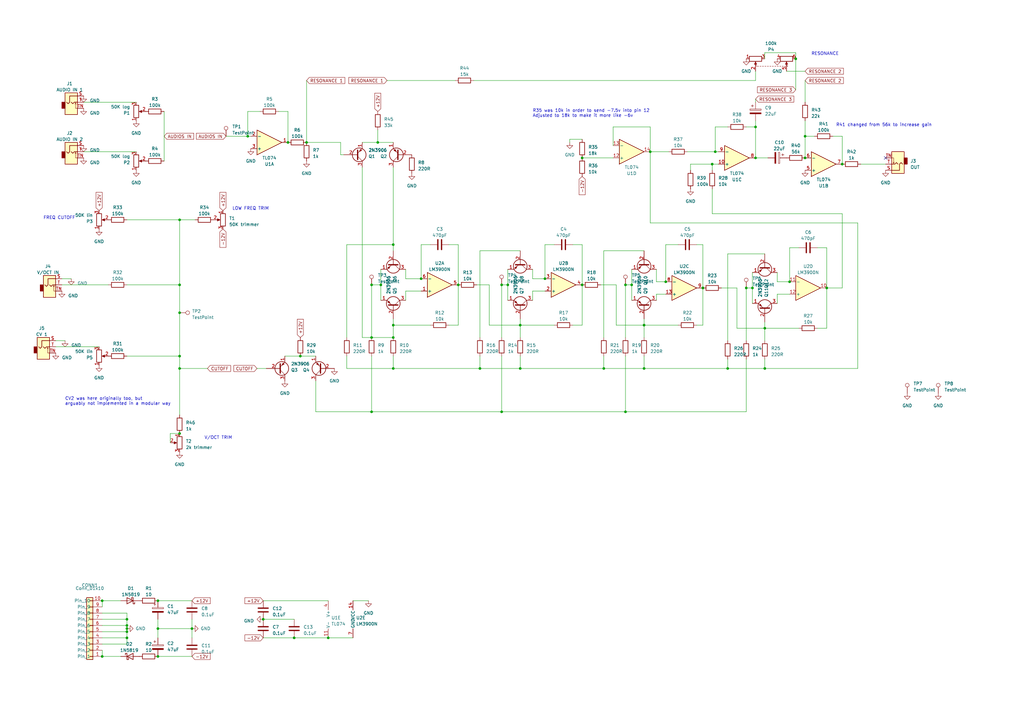
<source format=kicad_sch>
(kicad_sch (version 20230121) (generator eeschema)
  (paper "A3")
  (junction (at 306.07 118.11))
  (junction (at 41.91 246.38))
  (junction (at 161.29 100.33))
  (junction (at 259.08 116.84))
  (junction (at 187.96 116.84))
  (junction (at 172.72 114.3))
  (junction (at 238.76 64.77))
  (junction (at 213.36 151.13))
  (junction (at 256.54 168.91))
  (junction (at 73.66 151.13))
  (junction (at 266.7 62.23))
  (junction (at 120.65 261.62))
  (junction (at 161.29 138.43))
  (junction (at 52.07 254))
  (junction (at 330.2 64.77))
  (junction (at 152.4 138.43))
  (junction (at 238.76 116.84))
  (junction (at 288.29 118.11))
  (junction (at 52.07 259.08))
  (junction (at 330.2 55.88))
  (junction (at 152.4 168.91))
  (junction (at 161.29 133.35))
  (junction (at 156.21 116.84))
  (junction (at 313.69 134.62))
  (junction (at 73.66 128.27))
  (junction (at 313.69 151.13))
  (junction (at 256.54 116.84))
  (junction (at 309.88 52.07))
  (junction (at 73.66 146.05))
  (junction (at 264.16 133.35))
  (junction (at 134.62 261.62))
  (junction (at 118.11 58.42))
  (junction (at 345.44 67.31))
  (junction (at 247.65 151.13))
  (junction (at 152.4 116.84))
  (junction (at 64.77 246.38))
  (junction (at 52.07 256.54))
  (junction (at 205.74 168.91))
  (junction (at 326.39 24.13))
  (junction (at 298.45 151.13))
  (junction (at 308.61 118.11))
  (junction (at 264.16 151.13))
  (junction (at 52.07 257.81))
  (junction (at 205.74 116.84))
  (junction (at 292.1 67.31))
  (junction (at 309.88 64.77))
  (junction (at 73.66 177.8))
  (junction (at 52.07 261.62))
  (junction (at 101.6 55.88))
  (junction (at 223.52 114.3))
  (junction (at 213.36 133.35))
  (junction (at 208.28 116.84))
  (junction (at 64.77 269.24))
  (junction (at 107.95 254))
  (junction (at 78.74 257.81))
  (junction (at 293.37 62.23))
  (junction (at 73.66 90.17))
  (junction (at 64.77 257.81))
  (junction (at 323.85 115.57))
  (junction (at 125.73 58.42))
  (junction (at 123.19 146.05))
  (junction (at 273.05 115.57))
  (junction (at 161.29 151.13))
  (junction (at 154.94 58.42))
  (junction (at 73.66 116.84))
  (junction (at 196.85 151.13))
  (junction (at 339.09 118.11))
  (junction (at 41.91 269.24))
  (no_connect (at 363.22 64.77))
  (wire (pts (xy 309.88 29.21) (xy 309.88 33.02)))
  (wire (pts (xy 313.69 147.32) (xy 313.69 151.13)))
  (wire (pts (xy 292.1 67.31) (xy 292.1 69.85)))
  (wire (pts (xy 140.97 63.5) (xy 139.7 63.5)))
  (wire (pts (xy 353.06 67.31) (xy 363.22 67.31)))
  (wire (pts (xy 120.65 261.62) (xy 134.62 261.62)))
  (wire (pts (xy 148.59 138.43) (xy 152.4 138.43)))
  (wire (pts (xy 351.79 151.13) (xy 351.79 91.44)))
  (wire (pts (xy 330.2 49.53) (xy 330.2 55.88)))
  (wire (pts (xy 323.85 101.6) (xy 323.85 115.57)))
  (wire (pts (xy 161.29 130.81) (xy 161.29 133.35)))
  (wire (pts (xy 351.79 91.44) (xy 266.7 91.44)))
  (wire (pts (xy 247.65 151.13) (xy 264.16 151.13)))
  (wire (pts (xy 264.16 133.35) (xy 278.13 133.35)))
  (wire (pts (xy 151.13 246.38) (xy 144.78 246.38)))
  (wire (pts (xy 313.69 24.13) (xy 313.69 21.59)))
  (wire (pts (xy 41.91 251.46) (xy 52.07 251.46)))
  (wire (pts (xy 341.63 55.88) (xy 345.44 55.88)))
  (wire (pts (xy 213.36 130.81) (xy 213.36 133.35)))
  (wire (pts (xy 101.6 55.88) (xy 102.87 55.88)))
  (wire (pts (xy 306.07 139.7) (xy 306.07 118.11)))
  (wire (pts (xy 134.62 261.62) (xy 144.78 261.62)))
  (wire (pts (xy 114.3 45.72) (xy 118.11 45.72)))
  (wire (pts (xy 309.88 52.07) (xy 309.88 64.77)))
  (wire (pts (xy 106.68 45.72) (xy 101.6 45.72)))
  (wire (pts (xy 41.91 256.54) (xy 52.07 256.54)))
  (wire (pts (xy 73.66 151.13) (xy 85.09 151.13)))
  (wire (pts (xy 152.4 138.43) (xy 152.4 116.84)))
  (wire (pts (xy 247.65 146.05) (xy 247.65 151.13)))
  (wire (pts (xy 156.21 110.49) (xy 156.21 116.84)))
  (wire (pts (xy 26.67 139.7) (xy 22.86 139.7)))
  (wire (pts (xy 142.24 146.05) (xy 142.24 151.13)))
  (wire (pts (xy 292.1 67.31) (xy 283.21 67.31)))
  (wire (pts (xy 41.91 259.08) (xy 52.07 259.08)))
  (wire (pts (xy 73.66 128.27) (xy 73.66 146.05)))
  (wire (pts (xy 318.77 115.57) (xy 318.77 111.76)))
  (wire (pts (xy 154.94 53.34) (xy 154.94 58.42)))
  (wire (pts (xy 309.88 49.53) (xy 309.88 52.07)))
  (wire (pts (xy 306.07 118.11) (xy 308.61 118.11)))
  (wire (pts (xy 116.84 146.05) (xy 123.19 146.05)))
  (wire (pts (xy 238.76 57.15) (xy 233.68 57.15)))
  (wire (pts (xy 273.05 120.65) (xy 269.24 120.65)))
  (wire (pts (xy 142.24 151.13) (xy 161.29 151.13)))
  (wire (pts (xy 208.28 116.84) (xy 208.28 123.19)))
  (wire (pts (xy 52.07 264.16) (xy 52.07 261.62)))
  (wire (pts (xy 148.59 68.58) (xy 148.59 138.43)))
  (wire (pts (xy 92.71 55.88) (xy 101.6 55.88)))
  (wire (pts (xy 184.15 133.35) (xy 187.96 133.35)))
  (wire (pts (xy 313.69 21.59) (xy 326.39 21.59)))
  (wire (pts (xy 234.95 100.33) (xy 238.76 100.33)))
  (wire (pts (xy 345.44 87.63) (xy 345.44 118.11)))
  (wire (pts (xy 256.54 146.05) (xy 256.54 168.91)))
  (wire (pts (xy 269.24 110.49) (xy 269.24 115.57)))
  (wire (pts (xy 298.45 147.32) (xy 298.45 151.13)))
  (wire (pts (xy 52.07 254) (xy 52.07 256.54)))
  (wire (pts (xy 161.29 138.43) (xy 161.29 133.35)))
  (wire (pts (xy 64.77 254) (xy 64.77 257.81)))
  (wire (pts (xy 313.69 104.14) (xy 298.45 104.14)))
  (wire (pts (xy 64.77 257.81) (xy 64.77 261.62)))
  (wire (pts (xy 166.37 110.49) (xy 166.37 114.3)))
  (wire (pts (xy 101.6 45.72) (xy 101.6 55.88)))
  (wire (pts (xy 78.74 257.81) (xy 78.74 261.62)))
  (wire (pts (xy 246.38 116.84) (xy 252.73 116.84)))
  (wire (pts (xy 142.24 100.33) (xy 161.29 100.33)))
  (wire (pts (xy 166.37 123.19) (xy 166.37 119.38)))
  (wire (pts (xy 125.73 33.02) (xy 125.73 58.42)))
  (wire (pts (xy 142.24 138.43) (xy 142.24 100.33)))
  (wire (pts (xy 34.29 41.91) (xy 55.88 41.91)))
  (wire (pts (xy 293.37 62.23) (xy 294.64 62.23)))
  (wire (pts (xy 283.21 67.31) (xy 283.21 69.85)))
  (wire (pts (xy 22.86 142.24) (xy 40.64 142.24)))
  (wire (pts (xy 309.88 33.02) (xy 194.31 33.02)))
  (wire (pts (xy 195.58 116.84) (xy 200.66 116.84)))
  (wire (pts (xy 223.52 119.38) (xy 218.44 119.38)))
  (wire (pts (xy 41.91 254) (xy 52.07 254)))
  (wire (pts (xy 139.7 58.42) (xy 125.73 58.42)))
  (wire (pts (xy 269.24 115.57) (xy 273.05 115.57)))
  (wire (pts (xy 129.54 156.21) (xy 129.54 168.91)))
  (wire (pts (xy 105.41 151.13) (xy 109.22 151.13)))
  (wire (pts (xy 52.07 251.46) (xy 52.07 254)))
  (wire (pts (xy 223.52 114.3) (xy 218.44 114.3)))
  (wire (pts (xy 118.11 45.72) (xy 118.11 58.42)))
  (wire (pts (xy 313.69 134.62) (xy 313.69 139.7)))
  (wire (pts (xy 152.4 168.91) (xy 205.74 168.91)))
  (wire (pts (xy 52.07 146.05) (xy 73.66 146.05)))
  (wire (pts (xy 269.24 120.65) (xy 269.24 123.19)))
  (wire (pts (xy 213.36 151.13) (xy 196.85 151.13)))
  (wire (pts (xy 247.65 102.87) (xy 247.65 138.43)))
  (wire (pts (xy 148.59 58.42) (xy 154.94 58.42)))
  (wire (pts (xy 302.26 134.62) (xy 313.69 134.62)))
  (wire (pts (xy 288.29 100.33) (xy 288.29 118.11)))
  (wire (pts (xy 196.85 102.87) (xy 196.85 138.43)))
  (wire (pts (xy 293.37 52.07) (xy 293.37 62.23)))
  (wire (pts (xy 227.33 100.33) (xy 223.52 100.33)))
  (wire (pts (xy 161.29 151.13) (xy 196.85 151.13)))
  (wire (pts (xy 238.76 64.77) (xy 251.46 64.77)))
  (wire (pts (xy 41.91 264.16) (xy 52.07 264.16)))
  (wire (pts (xy 218.44 114.3) (xy 218.44 110.49)))
  (wire (pts (xy 161.29 68.58) (xy 161.29 100.33)))
  (wire (pts (xy 205.74 138.43) (xy 205.74 116.84)))
  (wire (pts (xy 52.07 256.54) (xy 52.07 257.81)))
  (wire (pts (xy 323.85 115.57) (xy 318.77 115.57)))
  (wire (pts (xy 107.95 261.62) (xy 120.65 261.62)))
  (wire (pts (xy 327.66 101.6) (xy 323.85 101.6)))
  (wire (pts (xy 196.85 146.05) (xy 196.85 151.13)))
  (wire (pts (xy 266.7 91.44) (xy 266.7 62.23)))
  (wire (pts (xy 294.64 67.31) (xy 292.1 67.31)))
  (wire (pts (xy 64.77 269.24) (xy 78.74 269.24)))
  (wire (pts (xy 335.28 134.62) (xy 339.09 134.62)))
  (wire (pts (xy 318.77 120.65) (xy 323.85 120.65)))
  (wire (pts (xy 67.31 45.72) (xy 67.31 66.04)))
  (wire (pts (xy 158.75 33.02) (xy 186.69 33.02)))
  (wire (pts (xy 78.74 254) (xy 78.74 257.81)))
  (wire (pts (xy 285.75 133.35) (xy 288.29 133.35)))
  (wire (pts (xy 25.4 116.84) (xy 44.45 116.84)))
  (wire (pts (xy 313.69 151.13) (xy 298.45 151.13)))
  (wire (pts (xy 69.85 181.61) (xy 69.85 177.8)))
  (wire (pts (xy 264.16 133.35) (xy 264.16 138.43)))
  (wire (pts (xy 73.66 146.05) (xy 73.66 151.13)))
  (wire (pts (xy 264.16 151.13) (xy 298.45 151.13)))
  (wire (pts (xy 73.66 151.13) (xy 73.66 170.18)))
  (wire (pts (xy 251.46 52.07) (xy 266.7 52.07)))
  (wire (pts (xy 64.77 257.81) (xy 78.74 257.81)))
  (wire (pts (xy 64.77 246.38) (xy 78.74 246.38)))
  (wire (pts (xy 238.76 100.33) (xy 238.76 116.84)))
  (wire (pts (xy 306.07 147.32) (xy 306.07 168.91)))
  (wire (pts (xy 278.13 100.33) (xy 273.05 100.33)))
  (wire (pts (xy 264.16 102.87) (xy 247.65 102.87)))
  (wire (pts (xy 266.7 52.07) (xy 266.7 62.23)))
  (wire (pts (xy 213.36 151.13) (xy 247.65 151.13)))
  (wire (pts (xy 306.07 168.91) (xy 256.54 168.91)))
  (wire (pts (xy 205.74 168.91) (xy 205.74 146.05)))
  (wire (pts (xy 184.15 100.33) (xy 187.96 100.33)))
  (wire (pts (xy 161.29 151.13) (xy 161.29 146.05)))
  (wire (pts (xy 345.44 67.31) (xy 345.44 55.88)))
  (wire (pts (xy 288.29 133.35) (xy 288.29 118.11)))
  (wire (pts (xy 273.05 100.33) (xy 273.05 115.57)))
  (wire (pts (xy 306.07 52.07) (xy 309.88 52.07)))
  (wire (pts (xy 223.52 100.33) (xy 223.52 114.3)))
  (wire (pts (xy 309.88 40.64) (xy 309.88 41.91)))
  (wire (pts (xy 73.66 116.84) (xy 73.66 128.27)))
  (wire (pts (xy 176.53 133.35) (xy 161.29 133.35)))
  (wire (pts (xy 218.44 119.38) (xy 218.44 123.19)))
  (wire (pts (xy 318.77 124.46) (xy 318.77 120.65)))
  (wire (pts (xy 166.37 119.38) (xy 172.72 119.38)))
  (wire (pts (xy 292.1 77.47) (xy 292.1 87.63)))
  (wire (pts (xy 139.7 63.5) (xy 139.7 58.42)))
  (wire (pts (xy 176.53 100.33) (xy 172.72 100.33)))
  (wire (pts (xy 107.95 254) (xy 120.65 254)))
  (wire (pts (xy 314.96 64.77) (xy 309.88 64.77)))
  (wire (pts (xy 334.01 55.88) (xy 330.2 55.88)))
  (wire (pts (xy 41.91 266.7) (xy 41.91 269.24)))
  (wire (pts (xy 298.45 52.07) (xy 293.37 52.07)))
  (wire (pts (xy 256.54 116.84) (xy 259.08 116.84)))
  (wire (pts (xy 330.2 55.88) (xy 330.2 64.77)))
  (wire (pts (xy 266.7 62.23) (xy 274.32 62.23)))
  (wire (pts (xy 107.95 246.38) (xy 134.62 246.38)))
  (wire (pts (xy 213.36 146.05) (xy 213.36 151.13)))
  (wire (pts (xy 41.91 246.38) (xy 41.91 248.92)))
  (wire (pts (xy 285.75 100.33) (xy 288.29 100.33)))
  (wire (pts (xy 166.37 114.3) (xy 172.72 114.3)))
  (wire (pts (xy 213.36 133.35) (xy 227.33 133.35)))
  (wire (pts (xy 326.39 21.59) (xy 326.39 24.13)))
  (wire (pts (xy 152.4 116.84) (xy 156.21 116.84)))
  (wire (pts (xy 34.29 62.23) (xy 55.88 62.23)))
  (wire (pts (xy 205.74 168.91) (xy 256.54 168.91)))
  (wire (pts (xy 52.07 116.84) (xy 73.66 116.84)))
  (wire (pts (xy 152.4 146.05) (xy 152.4 168.91)))
  (wire (pts (xy 52.07 90.17) (xy 73.66 90.17)))
  (wire (pts (xy 326.39 24.13) (xy 326.39 36.83)))
  (wire (pts (xy 172.72 100.33) (xy 172.72 114.3)))
  (wire (pts (xy 295.91 118.11) (xy 302.26 118.11)))
  (wire (pts (xy 252.73 116.84) (xy 252.73 133.35)))
  (wire (pts (xy 238.76 133.35) (xy 238.76 116.84)))
  (wire (pts (xy 152.4 138.43) (xy 161.29 138.43)))
  (wire (pts (xy 339.09 134.62) (xy 339.09 118.11)))
  (wire (pts (xy 200.66 116.84) (xy 200.66 133.35)))
  (wire (pts (xy 52.07 259.08) (xy 52.07 257.81)))
  (wire (pts (xy 123.19 146.05) (xy 129.54 146.05)))
  (wire (pts (xy 29.21 114.3) (xy 25.4 114.3)))
  (wire (pts (xy 156.21 116.84) (xy 156.21 123.19)))
  (wire (pts (xy 49.53 269.24) (xy 41.91 269.24)))
  (wire (pts (xy 339.09 101.6) (xy 339.09 118.11)))
  (wire (pts (xy 187.96 116.84) (xy 187.96 133.35)))
  (wire (pts (xy 200.66 133.35) (xy 213.36 133.35)))
  (wire (pts (xy 313.69 134.62) (xy 327.66 134.62)))
  (wire (pts (xy 298.45 104.14) (xy 298.45 139.7)))
  (wire (pts (xy 154.94 58.42) (xy 161.29 58.42)))
  (wire (pts (xy 205.74 116.84) (xy 208.28 116.84)))
  (wire (pts (xy 281.94 62.23) (xy 293.37 62.23)))
  (wire (pts (xy 335.28 101.6) (xy 339.09 101.6)))
  (wire (pts (xy 256.54 138.43) (xy 256.54 116.84)))
  (wire (pts (xy 302.26 118.11) (xy 302.26 134.62)))
  (wire (pts (xy 264.16 146.05) (xy 264.16 151.13)))
  (wire (pts (xy 234.95 133.35) (xy 238.76 133.35)))
  (wire (pts (xy 208.28 110.49) (xy 208.28 116.84)))
  (wire (pts (xy 187.96 100.33) (xy 187.96 116.84)))
  (wire (pts (xy 233.68 57.15) (xy 233.68 58.42)))
  (wire (pts (xy 41.91 261.62) (xy 52.07 261.62)))
  (wire (pts (xy 161.29 102.87) (xy 161.29 100.33)))
  (wire (pts (xy 73.66 90.17) (xy 73.66 116.84)))
  (wire (pts (xy 251.46 59.69) (xy 251.46 52.07)))
  (wire (pts (xy 322.58 29.21) (xy 330.2 29.21)))
  (wire (pts (xy 80.01 90.17) (xy 73.66 90.17)))
  (wire (pts (xy 129.54 168.91) (xy 152.4 168.91)))
  (wire (pts (xy 330.2 33.02) (xy 330.2 41.91)))
  (wire (pts (xy 308.61 118.11) (xy 308.61 124.46)))
  (wire (pts (xy 252.73 133.35) (xy 264.16 133.35)))
  (wire (pts (xy 345.44 118.11) (xy 339.09 118.11)))
  (wire (pts (xy 259.08 110.49) (xy 259.08 116.84)))
  (wire (pts (xy 264.16 130.81) (xy 264.16 133.35)))
  (wire (pts (xy 313.69 134.62) (xy 313.69 132.08)))
  (wire (pts (xy 52.07 261.62) (xy 52.07 259.08)))
  (wire (pts (xy 259.08 116.84) (xy 259.08 123.19)))
  (wire (pts (xy 69.85 177.8) (xy 73.66 177.8)))
  (wire (pts (xy 292.1 87.63) (xy 345.44 87.63)))
  (wire (pts (xy 49.53 246.38) (xy 41.91 246.38)))
  (wire (pts (xy 313.69 151.13) (xy 351.79 151.13)))
  (wire (pts (xy 308.61 111.76) (xy 308.61 118.11)))
  (wire (pts (xy 213.36 133.35) (xy 213.36 138.43)))
  (wire (pts (xy 196.85 102.87) (xy 213.36 102.87)))
  (text "FREQ CUTOFF" (at 17.78 90.17 0) (effects (font (size 1.27 1.27)) (justify left bottom)))
  (text "LOW FREQ TRIM" (at 95.25 86.36 0) (effects (font (size 1.27 1.27)) (justify left bottom)))
  (text "RESONANCE" (at 332.74 22.86 0) (effects (font (size 1.27 1.27)) (justify left bottom)))
  (text "CV2 was here originally too, but \narguably not implemented in a modular way" (at 26.67 166.37 0) (effects (font (size 1.27 1.27)) (justify left bottom)))
  (text "V/OCT TRIM" (at 83.82 180.34 0) (effects (font (size 1.27 1.27)) (justify left bottom)))
  (text "R35 was 10k in order to send -7.5v into pin 12\nAdjusted to 18k to make it more like -6v" (at 218.44 48.26 0) (effects (font (size 1.27 1.27)) (justify left bottom)))
  (text "R41 changed from 56k to increase gain" (at 342.9 52.07 0) (effects (font (size 1.27 1.27)) (justify left bottom)))
  (global_label "AUDIOS IN" (shape input) (at 92.71 55.88 180) (property "Intersheetrefs" "${INTERSHEET_REFS}" (effects hide)))
  (global_label "+12V" (shape input) (at 91.44 86.36 90) (property "Intersheetrefs" "${INTERSHEET_REFS}" (effects hide)))
  (global_label "+12V" (shape input) (at 107.95 246.38 180) (property "Intersheetrefs" "${INTERSHEET_REFS}" (effects hide)))
  (global_label "RESONANCE 3" (shape input) (at 326.39 36.83 180) (property "Intersheetrefs" "${INTERSHEET_REFS}" (effects hide)))
  (global_label "+12V" (shape input) (at 78.74 246.38 0) (property "Intersheetrefs" "${INTERSHEET_REFS}" (effects hide)))
  (global_label "-12V" (shape input) (at 238.76 72.39 270) (property "Intersheetrefs" "${INTERSHEET_REFS}" (effects hide)))
  (global_label "CUTOFF" (shape input) (at 105.41 151.13 180) (property "Intersheetrefs" "${INTERSHEET_REFS}" (effects hide)))
  (global_label "CUTOFF" (shape input) (at 85.09 151.13 0) (property "Intersheetrefs" "${INTERSHEET_REFS}" (effects hide)))
  (global_label "RESONANCE 2" (shape input) (at 330.2 29.21 0) (property "Intersheetrefs" "${INTERSHEET_REFS}" (effects hide)))
  (global_label "+12V" (shape input) (at 154.94 45.72 90) (property "Intersheetrefs" "${INTERSHEET_REFS}" (effects hide)))
  (global_label "AUDIOS IN" (shape input) (at 67.31 55.88 0) (property "Intersheetrefs" "${INTERSHEET_REFS}" (effects hide)))
  (global_label "-12V" (shape input) (at 78.74 269.24 0) (property "Intersheetrefs" "${INTERSHEET_REFS}" (effects hide)))
  (global_label "RESONANCE 3" (shape input) (at 309.88 40.64 0) (property "Intersheetrefs" "${INTERSHEET_REFS}" (effects hide)))
  (global_label "+12V" (shape input) (at 40.64 86.36 90) (property "Intersheetrefs" "${INTERSHEET_REFS}" (effects hide)))
  (global_label "+12V" (shape input) (at 123.19 138.43 90) (property "Intersheetrefs" "${INTERSHEET_REFS}" (effects hide)))
  (global_label "-12V" (shape input) (at 91.44 93.98 270) (property "Intersheetrefs" "${INTERSHEET_REFS}" (effects hide)))
  (global_label "RESONANCE 2" (shape input) (at 330.2 33.02 0) (property "Intersheetrefs" "${INTERSHEET_REFS}" (effects hide)))
  (global_label "-12V" (shape input) (at 107.95 261.62 180) (property "Intersheetrefs" "${INTERSHEET_REFS}" (effects hide)))
  (global_label "RESONANCE 1" (shape input) (at 158.75 33.02 180) (property "Intersheetrefs" "${INTERSHEET_REFS}" (effects hide)))
  (global_label "RESONANCE 1" (shape input) (at 125.73 33.02 0) (property "Intersheetrefs" "${INTERSHEET_REFS}" (effects hide)))
  (symbol (lib_id "Device:R") (at 298.45 143.51 180) (unit 1)
    (property "Reference" "R26" (at 300.99 142.875 0) (effects (justify right)))
    (property "Value" "220R" (at 300.99 145.415 0) (effects (justify right)))
    (property "Footprint" "Resistor_THT:R_Axial_DIN0207_L6.3mm_D2.5mm_P2.54mm_Vertical" (effects hide))
  )
  (symbol (lib_id "Amplifier_Operational:TL074") (at 259.08 62.23 0) (mirror x) (unit 4)
    (property "Reference" "U1" (at 259.08 71.12 0))
    (property "Value" "TL074" (at 259.08 68.58 0))
    (property "Footprint" "Package_DIP:DIP-14_W7.62mm_Socket_LongPads" (effects hide))
    (property "Datasheet" "http://www.ti.com/lit/ds/symlink/tl071.pdf" (effects hide))
  )
  (symbol (lib_id "Device:R") (at 281.94 133.35 270) (unit 1)
    (property "Reference" "R22" (at 281.94 128.27 90))
    (property "Value" "10k" (at 281.94 130.81 90))
    (property "Footprint" "Resistor_THT:R_Axial_DIN0207_L6.3mm_D2.5mm_P7.62mm_Horizontal" (effects hide))
  )
  (symbol (lib_id "power:GND") (at 40.64 93.98 0) (unit 1)
    (property "Reference" "#PWR027" (effects hide))
    (property "Value" "GND" (at 40.64 99.06 0))
  )
  (symbol (lib_id "power:GND") (at 168.91 71.12 0) (unit 1)
    (property "Reference" "#PWR031" (effects hide))
    (property "Value" "GND" (at 168.91 76.2 0))
  )
  (symbol (lib_id "Connector:TestPoint") (at 306.07 118.11 0) (unit 1)
    (property "Reference" "TP6" (at 308.61 114.173 0) (effects (justify left)))
    (property "Value" "TestPoint" (at 308.61 116.713 0) (effects (justify left)))
    (property "Footprint" "TestPoint:TestPoint_THTPad_D1.5mm_Drill0.7mm" (effects hide))
  )
  (symbol (lib_id "Device:R_Potentiometer") (at 91.44 90.17 0) (mirror y) (unit 1)
    (property "Reference" "T1" (at 93.98 89.535 0) (effects (justify right)))
    (property "Value" "50K trimmer" (at 93.98 92.075 0) (effects (justify right)))
    (property "Footprint" "Potentiometer_THT:Potentiometer_Bourns_3296W_Vertical" (effects hide))
  )
  (symbol (lib_id "Device:R") (at 63.5 66.04 90) (unit 1)
    (property "Reference" "R4" (at 63.5 60.96 90))
    (property "Value" "100k" (at 63.5 63.5 90))
    (property "Footprint" "Resistor_THT:R_Axial_DIN0207_L6.3mm_D2.5mm_P7.62mm_Horizontal" (effects hide))
  )
  (symbol (lib_id "Device:R") (at 242.57 116.84 270) (unit 1)
    (property "Reference" "R18" (at 242.57 111.76 90))
    (property "Value" "10k" (at 242.57 114.3 90))
    (property "Footprint" "Resistor_THT:R_Axial_DIN0207_L6.3mm_D2.5mm_P7.62mm_Horizontal" (effects hide))
  )
  (symbol (lib_id "Device:R") (at 292.1 118.11 270) (unit 1)
    (property "Reference" "R23" (at 292.1 113.03 90))
    (property "Value" "10k" (at 292.1 115.57 90))
    (property "Footprint" "Resistor_THT:R_Axial_DIN0207_L6.3mm_D2.5mm_P7.62mm_Horizontal" (effects hide))
  )
  (symbol (lib_id "power:GND") (at 330.2 69.85 0) (unit 1)
    (property "Reference" "#PWR035" (effects hide))
    (property "Value" "GND" (at 330.2 74.93 0))
  )
  (symbol (lib_id "Device:R") (at 161.29 142.24 180) (unit 1)
    (property "Reference" "R10" (at 163.83 141.605 0) (effects (justify right)))
    (property "Value" "220R" (at 163.83 144.145 0) (effects (justify right)))
    (property "Footprint" "Resistor_THT:R_Axial_DIN0207_L6.3mm_D2.5mm_P7.62mm_Horizontal" (effects hide))
  )
  (symbol (lib_id "Transistor_BJT:2N3906") (at 161.29 107.95 270) (unit 1)
    (property "Reference" "Q6" (at 161.925 113.03 0) (effects (justify left)))
    (property "Value" "2N3906" (at 159.385 113.03 0) (effects (justify left)))
    (property "Footprint" "Package_TO_SOT_THT:TO-92_Wide" (effects hide))
    (property "Datasheet" "https://www.onsemi.com/pub/Collateral/2N3906-D.PDF" (effects hide))
  )
  (symbol (lib_id "Connector:TestPoint") (at 73.66 128.27 270) (unit 1)
    (property "Reference" "TP2" (at 78.74 127.635 90) (effects (justify left)))
    (property "Value" "TestPoint" (at 78.74 130.175 90) (effects (justify left)))
    (property "Footprint" "TestPoint:TestPoint_THTPad_D1.5mm_Drill0.7mm" (effects hide))
  )
  (symbol (lib_id "Amplifier_Operational:LM3900N") (at 280.67 118.11 0) (mirror x) (unit 3)
    (property "Reference" "U2" (at 280.67 109.22 0))
    (property "Value" "LM3900N" (at 280.67 111.76 0))
    (property "Footprint" "Package_DIP:DIP-14_W7.62mm_Socket_LongPads" (effects hide))
    (property "Datasheet" "https://www.ti.com/lit/ds/symlink/lm3900.pdf" (effects hide))
  )
  (symbol (lib_id "Device:R") (at 302.26 52.07 90) (unit 1)
    (property "Reference" "R38" (at 302.26 46.99 90))
    (property "Value" "10k" (at 302.26 49.53 90))
    (property "Footprint" "Resistor_THT:R_Axial_DIN0207_L6.3mm_D2.5mm_P7.62mm_Horizontal" (effects hide))
  )
  (symbol (lib_id "power:GND") (at 116.84 156.21 0) (unit 1)
    (property "Reference" "#PWR029" (effects hide))
    (property "Value" "GND" (at 116.84 161.29 0))
  )
  (symbol (lib_id "Transistor_BJT:2N3906") (at 264.16 107.95 270) (unit 1)
    (property "Reference" "Q10" (at 264.795 113.03 0) (effects (justify left)))
    (property "Value" "2N3906" (at 262.255 113.03 0) (effects (justify left)))
    (property "Footprint" "Package_TO_SOT_THT:TO-92_Wide" (effects hide))
    (property "Datasheet" "https://www.onsemi.com/pub/Collateral/2N3906-D.PDF" (effects hide))
  )
  (symbol (lib_id "Device:C") (at 120.65 257.81 0) (unit 1)
    (property "Reference" "C13" (at 124.46 257.175 0) (effects (justify left)))
    (property "Value" "0.1uF" (at 124.46 259.715 0) (effects (justify left)))
    (property "Footprint" "Capacitor_THT:C_Disc_D6.0mm_W2.5mm_P5.00mm" (effects hide))
  )
  (symbol (lib_id "power:GND") (at 78.74 257.81 90) (unit 1)
    (property "Reference" "#PWR06" (effects hide))
    (property "Value" "GND" (at 86.36 257.81 90) (effects (justify left)))
  )
  (symbol (lib_id "power:GND") (at 137.16 151.13 0) (unit 1)
    (property "Reference" "#PWR030" (effects hide))
    (property "Value" "GND" (at 137.16 156.21 0))
  )
  (symbol (lib_id "Connector:TestPoint") (at 152.4 116.84 0) (unit 1)
    (property "Reference" "TP3" (at 154.94 112.903 0) (effects (justify left)))
    (property "Value" "TestPoint" (at 154.94 115.443 0) (effects (justify left)))
    (property "Footprint" "TestPoint:TestPoint_THTPad_D1.5mm_Drill0.7mm" (effects hide))
  )
  (symbol (lib_id "power:GND") (at 22.86 144.78 0) (unit 1)
    (property "Reference" "#PWR02" (effects hide))
    (property "Value" "GND" (at 25.4 146.685 0) (effects (justify left)))
  )
  (symbol (lib_id "Device:R") (at 121.92 58.42 90) (unit 1)
    (property "Reference" "R6" (at 121.92 53.34 90))
    (property "Value" "100k" (at 121.92 55.88 90))
    (property "Footprint" "Resistor_THT:R_Axial_DIN0207_L6.3mm_D2.5mm_P7.62mm_Horizontal" (effects hide))
  )
  (symbol (lib_id "Connector_Audio:AudioJack2_SwitchT") (at 29.21 62.23 0) (unit 1)
    (property "Reference" "J2" (at 28.575 54.61 0))
    (property "Value" "AUDIO IN 2" (at 28.575 57.15 0))
    (property "Footprint" "Connector_Audio:Jack_3.5mm_QingPu_WQP-PJ398SM_Vertical_CircularHoles" (effects hide))
  )
  (symbol (lib_id "Transistor_BJT:2N3906") (at 163.83 63.5 180) (unit 1)
    (property "Reference" "Q2" (at 158.75 64.135 0) (effects (justify left)))
    (property "Value" "2N3906" (at 158.75 61.595 0) (effects (justify left)))
    (property "Footprint" "Package_TO_SOT_THT:TO-92_Wide" (effects hide))
    (property "Datasheet" "https://www.onsemi.com/pub/Collateral/2N3906-D.PDF" (effects hide))
  )
  (symbol (lib_name "GND_1") (lib_id "power:GND") (at 52.07 257.81 90) (unit 1)
    (property "Reference" "#PWR05" (effects hide))
    (property "Value" "GND" (at 59.69 257.81 90) (effects (justify left)))
  )
  (symbol (lib_id "power:GND") (at 306.07 24.13 0) (unit 1)
    (property "Reference" "#PWR09" (effects hide))
    (property "Value" "GND" (at 306.07 29.21 0))
  )
  (symbol (lib_id "Device:R") (at 283.21 73.66 180) (unit 1)
    (property "Reference" "R39" (at 285.75 73.025 0) (effects (justify right)))
    (property "Value" "100k" (at 285.75 75.565 0) (effects (justify right)))
    (property "Footprint" "Resistor_THT:R_Axial_DIN0207_L6.3mm_D2.5mm_P7.62mm_Horizontal" (effects hide))
  )
  (symbol (lib_id "Device:C") (at 331.47 101.6 90) (unit 1)
    (property "Reference" "C6" (at 331.47 95.25 90))
    (property "Value" "470pF" (at 331.47 97.79 90))
    (property "Footprint" "Capacitor_THT:C_Axial_L5.1mm_D3.1mm_P10.00mm_Horizontal" (effects hide))
  )
  (symbol (lib_id "Device:R") (at 326.39 64.77 90) (unit 1)
    (property "Reference" "R40" (at 326.39 59.69 90))
    (property "Value" "56k" (at 326.39 62.23 90))
    (property "Footprint" "Resistor_THT:R_Axial_DIN0207_L6.3mm_D2.5mm_P7.62mm_Horizontal" (effects hide))
  )
  (symbol (lib_id "Connector_Audio:AudioJack2_SwitchT") (at 368.3 67.31 180) (unit 1)
    (property "Reference" "J3" (at 373.38 66.04 0) (effects (justify right)))
    (property "Value" "OUT" (at 373.38 68.58 0) (effects (justify right)))
    (property "Footprint" "Connector_Audio:Jack_3.5mm_QingPu_WQP-PJ398SM_Vertical_CircularHoles" (effects hide))
  )
  (symbol (lib_id "Device:R") (at 213.36 142.24 180) (unit 1)
    (property "Reference" "R15" (at 215.9 141.605 0) (effects (justify right)))
    (property "Value" "220R" (at 215.9 144.145 0) (effects (justify right)))
    (property "Footprint" "Resistor_THT:R_Axial_DIN0207_L6.3mm_D2.5mm_P7.62mm_Horizontal" (effects hide))
  )
  (symbol (lib_id "Connector:TestPoint") (at 384.81 161.29 0) (unit 1)
    (property "Reference" "TP8" (at 387.35 157.353 0) (effects (justify left)))
    (property "Value" "TestPoint" (at 387.35 159.893 0) (effects (justify left)))
    (property "Footprint" "TestPoint:TestPoint_THTPad_D1.5mm_Drill0.7mm" (effects hide))
  )
  (symbol (lib_id "Device:R") (at 331.47 134.62 270) (unit 1)
    (property "Reference" "R27" (at 331.47 129.54 90))
    (property "Value" "10k" (at 331.47 132.08 90))
    (property "Footprint" "Resistor_THT:R_Axial_DIN0207_L6.3mm_D2.5mm_P7.62mm_Horizontal" (effects hide))
  )
  (symbol (lib_id "Amplifier_Operational:LM3900N") (at 180.34 116.84 0) (mirror x) (unit 1)
    (property "Reference" "U2" (at 180.34 107.95 0))
    (property "Value" "LM3900N" (at 180.34 110.49 0))
    (property "Footprint" "Package_DIP:DIP-14_W7.62mm_Socket_LongPads" (effects hide))
    (property "Datasheet" "https://www.ti.com/lit/ds/symlink/lm3900.pdf" (effects hide))
  )
  (symbol (lib_id "power:GND") (at 40.64 149.86 0) (unit 1)
    (property "Reference" "#PWR017" (effects hide))
    (property "Value" "GND" (at 40.64 154.94 0))
  )
  (symbol (lib_id "Device:R") (at 238.76 60.96 0) (unit 1)
    (property "Reference" "R35" (at 241.3 60.325 0) (effects (justify left)))
    (property "Value" "18k" (at 241.3 62.865 0) (effects (justify left)))
    (property "Footprint" "Resistor_THT:R_Axial_DIN0207_L6.3mm_D2.5mm_P7.62mm_Horizontal" (effects hide))
  )
  (symbol (lib_id "Device:R") (at 264.16 142.24 180) (unit 1)
    (property "Reference" "R20" (at 266.7 141.605 0) (effects (justify right)))
    (property "Value" "220R" (at 266.7 144.145 0) (effects (justify right)))
    (property "Footprint" "Resistor_THT:R_Axial_DIN0207_L6.3mm_D2.5mm_P7.62mm_Horizontal" (effects hide))
  )
  (symbol (lib_id "Device:R") (at 292.1 73.66 180) (unit 1)
    (property "Reference" "R28" (at 294.64 73.025 0) (effects (justify right)))
    (property "Value" "10k" (at 294.64 75.565 0) (effects (justify right)))
    (property "Footprint" "Resistor_THT:R_Axial_DIN0207_L6.3mm_D2.5mm_P7.62mm_Horizontal" (effects hide))
  )
  (symbol (lib_id "Device:R_Potentiometer") (at 55.88 45.72 0) (mirror x) (unit 1)
    (property "Reference" "P1" (at 53.34 46.355 0) (effects (justify right)))
    (property "Value" "50K log" (at 53.34 43.815 0) (effects (justify right)))
    (property "Footprint" "Potentiometer_THT:Potentiometer_Alpha_RD901F-40-00D_Single_Vertical" (effects hide))
  )
  (symbol (lib_id "Amplifier_Operational:LM3900N") (at 231.14 116.84 0) (mirror x) (unit 2)
    (property "Reference" "U2" (at 231.14 107.95 0))
    (property "Value" "LM3900N" (at 231.14 110.49 0))
    (property "Footprint" "Package_DIP:DIP-14_W7.62mm_Socket_LongPads" (effects hide))
    (property "Datasheet" "https://www.ti.com/lit/ds/symlink/lm3900.pdf" (effects hide))
  )
  (symbol (lib_id "Amplifier_Operational:TL074") (at 337.82 67.31 0) (mirror x) (unit 2)
    (property "Reference" "U1" (at 337.82 76.2 0))
    (property "Value" "TL074" (at 337.82 73.66 0))
    (property "Footprint" "Package_DIP:DIP-14_W7.62mm_Socket_LongPads" (effects hide))
    (property "Datasheet" "http://www.ti.com/lit/ds/symlink/tl071.pdf" (effects hide))
  )
  (symbol (lib_id "Connector_Audio:AudioJack2_SwitchT") (at 17.78 142.24 0) (unit 1)
    (property "Reference" "J5" (at 17.145 134.62 0))
    (property "Value" "CV 1" (at 17.145 137.16 0))
    (property "Footprint" "Connector_Audio:Jack_3.5mm_QingPu_WQP-PJ398SM_Vertical_CircularHoles" (effects hide))
  )
  (symbol (lib_id "Device:C_Polarized") (at 64.77 250.19 0) (unit 1)
    (property "Reference" "C1" (at 68.58 248.666 0) (effects (justify left)))
    (property "Value" "47uF" (at 68.58 251.206 0) (effects (justify left)))
    (property "Footprint" "Capacitor_THT:CP_Radial_D4.0mm_P2.00mm" (effects hide))
  )
  (symbol (lib_id "Device:C_Polarized") (at 318.77 64.77 270) (unit 1)
    (property "Reference" "C10" (at 319.659 58.42 90))
    (property "Value" "22uF" (at 319.659 60.96 90))
    (property "Footprint" "Capacitor_THT:CP_Radial_D4.0mm_P2.00mm" (effects hide))
  )
  (symbol (lib_id "Device:R") (at 247.65 142.24 180) (unit 1)
    (property "Reference" "R21" (at 250.19 141.605 0) (effects (justify right)))
    (property "Value" "220R" (at 250.19 144.145 0) (effects (justify right)))
    (property "Footprint" "Resistor_THT:R_Axial_DIN0207_L6.3mm_D2.5mm_P7.62mm_Horizontal" (effects hide))
  )
  (symbol (lib_id "Device:R") (at 180.34 133.35 270) (unit 1)
    (property "Reference" "R12" (at 180.34 128.27 90))
    (property "Value" "10k" (at 180.34 130.81 90))
    (property "Footprint" "Resistor_THT:R_Axial_DIN0207_L6.3mm_D2.5mm_P7.62mm_Horizontal" (effects hide))
  )
  (symbol (lib_id "Amplifier_Operational:TL074") (at 110.49 58.42 0) (mirror x) (unit 1)
    (property "Reference" "U1" (at 110.49 67.31 0))
    (property "Value" "TL074" (at 110.49 64.77 0))
    (property "Footprint" "Package_DIP:DIP-14_W7.62mm_Socket_LongPads" (effects hide))
    (property "Datasheet" "http://www.ti.com/lit/ds/symlink/tl071.pdf" (effects hide))
  )
  (symbol (lib_id "Transistor_BJT:2N3906") (at 114.3 151.13 0) (mirror x) (unit 1)
    (property "Reference" "Q3" (at 119.38 151.765 0) (effects (justify left)))
    (property "Value" "2N3906" (at 119.38 149.225 0) (effects (justify left)))
    (property "Footprint" "Package_TO_SOT_THT:TO-92_Wide" (effects hide))
    (property "Datasheet" "https://www.onsemi.com/pub/Collateral/2N3906-D.PDF" (effects hide))
  )
  (symbol (lib_id "Device:C") (at 231.14 100.33 90) (unit 1)
    (property "Reference" "C4" (at 231.14 93.98 90))
    (property "Value" "470pF" (at 231.14 96.52 90))
    (property "Footprint" "Capacitor_THT:C_Axial_L5.1mm_D3.1mm_P10.00mm_Horizontal" (effects hide))
  )
  (symbol (lib_id "Device:R") (at 60.96 269.24 90) (unit 1)
    (property "Reference" "R2" (at 60.96 264.16 90))
    (property "Value" "10" (at 60.96 266.7 90))
    (property "Footprint" "Resistor_THT:R_Axial_DIN0207_L6.3mm_D2.5mm_P7.62mm_Horizontal" (effects hide))
  )
  (symbol (lib_id "power:GND") (at 151.13 246.38 0) (unit 1)
    (property "Reference" "#PWR032" (effects hide))
    (property "Value" "GND" (at 151.13 251.46 0))
  )
  (symbol (lib_id "power:GND") (at 34.29 59.69 0) (unit 1)
    (property "Reference" "#PWR021" (effects hide))
    (property "Value" "GND" (at 36.83 61.595 0) (effects (justify left)))
  )
  (symbol (lib_id "power:GND") (at 34.29 39.37 0) (unit 1)
    (property "Reference" "#PWR020" (effects hide))
    (property "Value" "GND" (at 36.83 41.275 0) (effects (justify left)))
  )
  (symbol (lib_id "Device:R") (at 349.25 67.31 270) (unit 1)
    (property "Reference" "R42" (at 349.25 62.23 90))
    (property "Value" "1k" (at 349.25 64.77 90))
    (property "Footprint" "Resistor_THT:R_Axial_DIN0207_L6.3mm_D2.5mm_P7.62mm_Horizontal" (effects hide))
  )
  (symbol (lib_id "power:GND") (at 34.29 64.77 0) (unit 1)
    (property "Reference" "#PWR07" (effects hide))
    (property "Value" "GND" (at 36.83 66.675 0) (effects (justify left)))
  )
  (symbol (lib_id "power:GND") (at 107.95 254 270) (unit 1)
    (property "Reference" "#PWR08" (effects hide))
    (property "Value" "GND" (at 104.14 254.635 90) (effects (justify right)))
  )
  (symbol (lib_id "Device:C") (at 107.95 257.81 0) (unit 1)
    (property "Reference" "C7" (at 111.76 257.175 0) (effects (justify left)))
    (property "Value" "0.1uF" (at 111.76 259.715 0) (effects (justify left)))
    (property "Footprint" "Capacitor_THT:C_Disc_D6.0mm_W2.5mm_P5.00mm" (effects hide))
  )
  (symbol (lib_id "Device:R_Potentiometer") (at 73.66 181.61 0) (mirror y) (unit 1)
    (property "Reference" "T2" (at 76.2 180.975 0) (effects (justify right)))
    (property "Value" "2k trimmer" (at 76.2 183.515 0) (effects (justify right)))
    (property "Footprint" "Potentiometer_THT:Potentiometer_Bourns_3296W_Vertical" (effects hide))
  )
  (symbol (lib_id "Device:R") (at 238.76 68.58 0) (unit 1)
    (property "Reference" "R36" (at 241.3 67.945 0) (effects (justify left)))
    (property "Value" "10k" (at 241.3 70.485 0) (effects (justify left)))
    (property "Footprint" "Resistor_THT:R_Axial_DIN0207_L6.3mm_D2.5mm_P7.62mm_Horizontal" (effects hide))
  )
  (symbol (lib_id "Amplifier_Operational:LM3900N") (at 142.24 254 0) (mirror y) (unit 5)
    (property "Reference" "U2" (at 146.05 253.365 0) (effects (justify right)))
    (property "Value" "LM3900N" (at 146.05 255.905 0) (effects (justify right)))
    (property "Footprint" "Package_DIP:DIP-14_W7.62mm_Socket_LongPads" (effects hide))
    (property "Datasheet" "https://www.ti.com/lit/ds/symlink/lm3900.pdf" (effects hide))
  )
  (symbol (lib_id "power:GND") (at 55.88 69.85 0) (unit 1)
    (property "Reference" "#PWR018" (effects hide))
    (property "Value" "GND" (at 55.88 74.93 0))
  )
  (symbol (lib_id "Device:C_Polarized") (at 64.77 265.43 0) (unit 1)
    (property "Reference" "C2" (at 68.58 263.906 0) (effects (justify left)))
    (property "Value" "47uF" (at 68.58 266.446 0) (effects (justify left)))
    (property "Footprint" "Capacitor_THT:CP_Radial_D4.0mm_P2.00mm" (effects hide))
  )
  (symbol (lib_id "Device:R_Potentiometer_Dual") (at 316.23 26.67 0) (mirror x) (unit 1)
    (property "Reference" "P4" (at 316.23 20.32 0))
    (property "Value" "100k" (at 316.23 17.78 0))
    (property "Footprint" "Potentiometer_THT:Potentiometer_Double_Vertical_Befaco" (effects hide))
  )
  (symbol (lib_id "power:GND") (at 384.81 161.29 0) (unit 1)
    (property "Reference" "#PWR014" (effects hide))
    (property "Value" "GND" (at 384.81 166.37 0))
  )
  (symbol (lib_id "Device:R") (at 330.2 45.72 180) (unit 1)
    (property "Reference" "R43" (at 332.74 45.085 0) (effects (justify right)))
    (property "Value" "22k" (at 332.74 47.625 0) (effects (justify right)))
    (property "Footprint" "Resistor_THT:R_Axial_DIN0207_L6.3mm_D2.5mm_P7.62mm_Horizontal" (effects hide))
  )
  (symbol (lib_id "Device:R") (at 256.54 142.24 180) (unit 1)
    (property "Reference" "R19" (at 259.08 141.605 0) (effects (justify right)))
    (property "Value" "1k" (at 259.08 144.145 0) (effects (justify right)))
    (property "Footprint" "Resistor_THT:R_Axial_DIN0207_L6.3mm_D2.5mm_P7.62mm_Horizontal" (effects hide))
  )
  (symbol (lib_id "Device:R") (at 48.26 146.05 90) (unit 1)
    (property "Reference" "R31" (at 48.26 140.97 90))
    (property "Value" "100k" (at 48.26 143.51 90))
    (property "Footprint" "Resistor_THT:R_Axial_DIN0207_L6.3mm_D2.5mm_P7.62mm_Horizontal" (effects hide))
  )
  (symbol (lib_id "Diode:1N5819") (at 53.34 269.24 0) (unit 1)
    (property "Reference" "D2" (at 53.0225 264.16 0))
    (property "Value" "1N5819" (at 53.0225 266.7 0))
    (property "Footprint" "Diode_THT:D_DO-41_SOD81_P7.62mm_Horizontal" (effects hide))
    (property "Datasheet" "http://www.vishay.com/docs/88525/1n5817.pdf" (effects hide))
  )
  (symbol (lib_id "Device:R") (at 196.85 142.24 180) (unit 1)
    (property "Reference" "R16" (at 199.39 141.605 0) (effects (justify right)))
    (property "Value" "220R" (at 199.39 144.145 0) (effects (justify right)))
    (property "Footprint" "Resistor_THT:R_Axial_DIN0207_L6.3mm_D2.5mm_P7.62mm_Horizontal" (effects hide))
  )
  (symbol (lib_id "Device:R") (at 190.5 33.02 270) (unit 1)
    (property "Reference" "R44" (at 190.5 27.94 90))
    (property "Value" "15k" (at 190.5 30.48 90))
    (property "Footprint" "Resistor_THT:R_Axial_DIN0207_L6.3mm_D2.5mm_P7.62mm_Horizontal" (effects hide))
  )
  (symbol (lib_id "Device:R_Potentiometer") (at 40.64 146.05 0) (mirror x) (unit 1)
    (property "Reference" "P5" (at 38.1 146.685 0) (effects (justify right)))
    (property "Value" "50K lin" (at 38.1 144.145 0) (effects (justify right)))
    (property "Footprint" "Potentiometer_THT:Potentiometer_Alpha_RD901F-40-00D_Single_Vertical" (effects hide))
  )
  (symbol (lib_id "Device:R") (at 83.82 90.17 90) (unit 1)
    (property "Reference" "R34" (at 83.82 85.09 90))
    (property "Value" "100k" (at 83.82 87.63 90))
    (property "Footprint" "Resistor_THT:R_Axial_DIN0207_L6.3mm_D2.5mm_P7.62mm_Horizontal" (effects hide))
  )
  (symbol (lib_id "Device:R") (at 231.14 133.35 270) (unit 1)
    (property "Reference" "R17" (at 231.14 128.27 90))
    (property "Value" "10k" (at 231.14 130.81 90))
    (property "Footprint" "Resistor_THT:R_Axial_DIN0207_L6.3mm_D2.5mm_P7.62mm_Horizontal" (effects hide))
  )
  (symbol (lib_id "Device:R") (at 63.5 45.72 90) (unit 1)
    (property "Reference" "R3" (at 63.5 40.64 90))
    (property "Value" "100k" (at 63.5 43.18 90))
    (property "Footprint" "Resistor_THT:R_Axial_DIN0207_L6.3mm_D2.5mm_P7.62mm_Horizontal" (effects hide))
  )
  (symbol (lib_id "power:GND") (at 55.88 49.53 0) (unit 1)
    (property "Reference" "#PWR019" (effects hide))
    (property "Value" "GND" (at 55.88 54.61 0))
  )
  (symbol (lib_id "Device:R") (at 168.91 67.31 180) (unit 1)
    (property "Reference" "R8" (at 171.45 66.675 0) (effects (justify right)))
    (property "Value" "220R" (at 171.45 69.215 0) (effects (justify right)))
    (property "Footprint" "Resistor_THT:R_Axial_DIN0207_L6.3mm_D2.5mm_P7.62mm_Horizontal" (effects hide))
  )
  (symbol (lib_id "power:GND") (at 25.4 119.38 0) (unit 1)
    (property "Reference" "#PWR01" (effects hide))
    (property "Value" "GND" (at 27.94 121.285 0) (effects (justify left)))
  )
  (symbol (lib_id "Device:R") (at 306.07 143.51 180) (unit 1)
    (property "Reference" "R24" (at 308.61 142.875 0) (effects (justify right)))
    (property "Value" "1k" (at 308.61 145.415 0) (effects (justify right)))
    (property "Footprint" "Resistor_THT:R_Axial_DIN0207_L6.3mm_D2.5mm_P7.62mm_Horizontal" (effects hide))
  )
  (symbol (lib_id "power:GND") (at 283.21 77.47 0) (unit 1)
    (property "Reference" "#PWR034" (effects hide))
    (property "Value" "GND" (at 283.21 82.55 0))
  )
  (symbol (lib_id "Device:R") (at 152.4 142.24 180) (unit 1)
    (property "Reference" "R9" (at 154.94 141.605 0) (effects (justify right)))
    (property "Value" "1k" (at 154.94 144.145 0) (effects (justify right)))
    (property "Footprint" "Resistor_THT:R_Axial_DIN0207_L6.3mm_D2.5mm_P7.62mm_Horizontal" (effects hide))
  )
  (symbol (lib_id "Device:R") (at 110.49 45.72 90) (unit 1)
    (property "Reference" "R5" (at 110.49 40.64 90))
    (property "Value" "100k" (at 110.49 43.18 90))
    (property "Footprint" "Resistor_THT:R_Axial_DIN0207_L6.3mm_D2.5mm_P7.62mm_Horizontal" (effects hide))
  )
  (symbol (lib_id "Transistor_BJT:2N3906") (at 213.36 107.95 270) (unit 1)
    (property "Reference" "Q8" (at 213.995 113.03 0) (effects (justify left)))
    (property "Value" "2N3906" (at 211.455 113.03 0) (effects (justify left)))
    (property "Footprint" "Package_TO_SOT_THT:TO-92_Wide" (effects hide))
    (property "Datasheet" "https://www.onsemi.com/pub/Collateral/2N3906-D.PDF" (effects hide))
  )
  (symbol (lib_id "Diode:1N5819") (at 53.34 246.38 180) (unit 1)
    (property "Reference" "D1" (at 53.6575 241.3 0))
    (property "Value" "1N5819" (at 53.6575 243.84 0))
    (property "Footprint" "Diode_THT:D_DO-41_SOD81_P7.62mm_Horizontal" (effects hide))
    (property "Datasheet" "http://www.vishay.com/docs/88525/1n5817.pdf" (effects hide))
  )
  (symbol (lib_id "Device:C") (at 78.74 265.43 0) (unit 1)
    (property "Reference" "C11" (at 82.55 264.795 0) (effects (justify left)))
    (property "Value" "0.1uF" (at 82.55 267.335 0) (effects (justify left)))
    (property "Footprint" "Capacitor_THT:C_Disc_D6.0mm_W2.5mm_P5.00mm" (effects hide))
  )
  (symbol (lib_id "power:GND") (at 102.87 60.96 0) (unit 1)
    (property "Reference" "#PWR025" (effects hide))
    (property "Value" "GND" (at 102.87 66.04 0))
  )
  (symbol (lib_id "Amplifier_Operational:TL074") (at 137.16 254 0) (unit 5)
    (property "Reference" "U1" (at 135.89 253.365 0) (effects (justify left)))
    (property "Value" "TL074" (at 135.89 255.905 0) (effects (justify left)))
    (property "Footprint" "Package_DIP:DIP-14_W7.62mm_Socket_LongPads" (effects hide))
    (property "Datasheet" "http://www.ti.com/lit/ds/symlink/tl071.pdf" (effects hide))
  )
  (symbol (lib_id "Device:R") (at 48.26 116.84 90) (unit 1)
    (property "Reference" "R32" (at 48.26 111.76 90))
    (property "Value" "100k" (at 48.26 114.3 90))
    (property "Footprint" "Resistor_THT:R_Axial_DIN0207_L6.3mm_D2.5mm_P7.62mm_Horizontal" (effects hide))
  )
  (symbol (lib_id "Connector_Audio:AudioJack2_SwitchT") (at 20.32 116.84 0) (unit 1)
    (property "Reference" "J4" (at 19.685 109.22 0))
    (property "Value" "V/OCT IN" (at 19.685 111.76 0))
    (property "Footprint" "Connector_Audio:Jack_3.5mm_QingPu_WQP-PJ398SM_Vertical_CircularHoles" (effects hide))
  )
  (symbol (lib_id "power:GND") (at 318.77 24.13 0) (unit 1)
    (property "Reference" "#PWR010" (effects hide))
    (property "Value" "GND" (at 318.77 29.21 0))
  )
  (symbol (lib_id "Device:R") (at 123.19 142.24 180) (unit 1)
    (property "Reference" "R29" (at 125.73 141.605 0) (effects (justify right)))
    (property "Value" "10k" (at 125.73 144.145 0) (effects (justify right)))
    (property "Footprint" "Resistor_THT:R_Axial_DIN0207_L6.3mm_D2.5mm_P7.62mm_Horizontal" (effects hide))
  )
  (symbol (lib_id "Amplifier_Operational:TL074") (at 302.26 64.77 0) (mirror x) (unit 3)
    (property "Reference" "U1" (at 302.26 73.66 0))
    (property "Value" "TL074" (at 302.26 71.12 0))
    (property "Footprint" "Package_DIP:DIP-14_W7.62mm_Socket_LongPads" (effects hide))
    (property "Datasheet" "http://www.ti.com/lit/ds/symlink/tl071.pdf" (effects hide))
  )
  (symbol (lib_id "power:GND") (at 73.66 185.42 0) (unit 1)
    (property "Reference" "#PWR028" (effects hide))
    (property "Value" "GND" (at 73.66 190.5 0))
  )
  (symbol (lib_id "Device:R") (at 60.96 246.38 90) (unit 1)
    (property "Reference" "R1" (at 60.96 241.3 90))
    (property "Value" "10" (at 60.96 243.84 90))
    (property "Footprint" "Resistor_THT:R_Axial_DIN0207_L6.3mm_D2.5mm_P7.62mm_Horizontal" (effects hide))
  )
  (symbol (lib_id "power:GND") (at 363.22 69.85 0) (unit 1)
    (property "Reference" "#PWR015" (effects hide))
    (property "Value" "GND" (at 363.22 74.93 0))
  )
  (symbol (lib_id "Transistor_BJT:2N3906") (at 146.05 63.5 0) (mirror x) (unit 1)
    (property "Reference" "Q1" (at 151.13 64.135 0) (effects (justify left)))
    (property "Value" "2N3906" (at 151.13 61.595 0) (effects (justify left)))
    (property "Footprint" "Package_TO_SOT_THT:TO-92_Wide" (effects hide))
    (property "Datasheet" "https://www.onsemi.com/pub/Collateral/2N3906-D.PDF" (effects hide))
  )
  (symbol (lib_id "Device:C") (at 281.94 100.33 90) (unit 1)
    (property "Reference" "C5" (at 281.94 93.98 90))
    (property "Value" "470pF" (at 281.94 96.52 90))
    (property "Footprint" "Capacitor_THT:C_Axial_L5.1mm_D3.1mm_P10.00mm_Horizontal" (effects hide))
  )
  (symbol (lib_id "Connector_Generic:Conn_01x10") (at 36.83 259.08 180) (unit 1)
    (property "Reference" "CONN1" (at 36.83 240.03 0))
    (property "Value" "Conn_01x10" (at 36.83 241.3 0))
    (property "Footprint" "Connector_PinHeader_2.54mm:PinHeader_2x05_P2.54mm_Vertical_Shroud" (effects hide))
  )
  (symbol (lib_id "power:GND") (at 26.67 139.7 0) (unit 1)
    (property "Reference" "#PWR023" (effects hide))
    (property "Value" "GND" (at 29.21 141.605 0) (effects (justify left)))
  )
  (symbol (lib_id "Device:R") (at 191.77 116.84 270) (unit 1)
    (property "Reference" "R13" (at 191.77 111.76 90))
    (property "Value" "10k" (at 191.77 114.3 90))
    (property "Footprint" "Resistor_THT:R_Axial_DIN0207_L6.3mm_D2.5mm_P7.62mm_Horizontal" (effects hide))
  )
  (symbol (lib_id "Transistor_BJT:2N3906") (at 313.69 127 270) (mirror x) (unit 1)
    (property "Reference" "Q11" (at 314.325 121.92 0) (effects (justify left)))
    (property "Value" "2N3906" (at 311.785 121.92 0) (effects (justify left)))
    (property "Footprint" "Package_TO_SOT_THT:TO-92_Wide" (effects hide))
    (property "Datasheet" "https://www.onsemi.com/pub/Collateral/2N3906-D.PDF" (effects hide))
  )
  (symbol (lib_id "Transistor_BJT:2N3906") (at 264.16 125.73 270) (mirror x) (unit 1)
    (property "Reference" "Q9" (at 264.795 120.65 0) (effects (justify left)))
    (property "Value" "2N3906" (at 262.255 120.65 0) (effects (justify left)))
    (property "Footprint" "Package_TO_SOT_THT:TO-92_Wide" (effects hide))
    (property "Datasheet" "https://www.onsemi.com/pub/Collateral/2N3906-D.PDF" (effects hide))
  )
  (symbol (lib_id "Device:C_Polarized") (at 309.88 45.72 0) (unit 1)
    (property "Reference" "C9" (at 313.69 44.196 0) (effects (justify left)))
    (property "Value" "22uF" (at 313.69 46.736 0) (effects (justify left)))
    (property "Footprint" "Capacitor_THT:CP_Radial_D4.0mm_P2.00mm" (effects hide))
  )
  (symbol (lib_id "Device:R_Potentiometer") (at 40.64 90.17 0) (mirror x) (unit 1)
    (property "Reference" "P3" (at 38.1 90.805 0) (effects (justify right)))
    (property "Value" "50K lin" (at 38.1 88.265 0) (effects (justify right)))
    (property "Footprint" "Potentiometer_THT:Potentiometer_Alpha_RD901F-40-00D_Single_Vertical" (effects hide))
  )
  (symbol (lib_id "Connector:TestPoint") (at 205.74 116.84 0) (unit 1)
    (property "Reference" "TP4" (at 208.28 112.903 0) (effects (justify left)))
    (property "Value" "TestPoint" (at 208.28 115.443 0) (effects (justify left)))
    (property "Footprint" "TestPoint:TestPoint_THTPad_D1.5mm_Drill0.7mm" (effects hide))
  )
  (symbol (lib_id "Device:C") (at 78.74 250.19 0) (unit 1)
    (property "Reference" "C8" (at 82.55 249.555 0) (effects (justify left)))
    (property "Value" "0.1uF" (at 82.55 252.095 0) (effects (justify left)))
    (property "Footprint" "Capacitor_THT:C_Disc_D6.0mm_W2.5mm_P5.00mm" (effects hide))
  )
  (symbol (lib_id "Connector:TestPoint") (at 92.71 55.88 0) (unit 1)
    (property "Reference" "TP1" (at 95.25 51.943 0) (effects (justify left)))
    (property "Value" "TestPoint" (at 95.25 54.483 0) (effects (justify left)))
    (property "Footprint" "TestPoint:TestPoint_THTPad_D1.5mm_Drill0.7mm" (effects hide))
  )
  (symbol (lib_id "Device:R") (at 278.13 62.23 90) (unit 1)
    (property "Reference" "R37" (at 278.13 57.15 90))
    (property "Value" "10k" (at 278.13 59.69 90))
    (property "Footprint" "Resistor_THT:R_Axial_DIN0207_L6.3mm_D2.5mm_P7.62mm_Horizontal" (effects hide))
  )
  (symbol (lib_id "Device:R") (at 205.74 142.24 180) (unit 1)
    (property "Reference" "R14" (at 208.28 141.605 0) (effects (justify right)))
    (property "Value" "1k" (at 208.28 144.145 0) (effects (justify right)))
    (property "Footprint" "Resistor_THT:R_Axial_DIN0207_L6.3mm_D2.5mm_P7.62mm_Horizontal" (effects hide))
  )
  (symbol (lib_id "Device:R") (at 125.73 62.23 180) (unit 1)
    (property "Reference" "R7" (at 128.27 61.595 0) (effects (justify right)))
    (property "Value" "1k" (at 128.27 64.135 0) (effects (justify right)))
    (property "Footprint" "Resistor_THT:R_Axial_DIN0207_L6.3mm_D2.5mm_P7.62mm_Horizontal" (effects hide))
  )
  (symbol (lib_id "power:GND") (at 372.11 161.29 0) (unit 1)
    (property "Reference" "#PWR013" (effects hide))
    (property "Value" "GND" (at 372.11 166.37 0))
  )
  (symbol (lib_id "Transistor_BJT:2N3906") (at 313.69 109.22 270) (unit 1)
    (property "Reference" "Q12" (at 314.325 114.3 0) (effects (justify left)))
    (property "Value" "2N3906" (at 311.785 114.3 0) (effects (justify left)))
    (property "Footprint" "Package_TO_SOT_THT:TO-92_Wide" (effects hide))
    (property "Datasheet" "https://www.onsemi.com/pub/Collateral/2N3906-D.PDF" (effects hide))
  )
  (symbol (lib_id "Device:R_Potentiometer") (at 55.88 66.04 0) (mirror x) (unit 1)
    (property "Reference" "P2" (at 53.34 66.675 0) (effects (justify right)))
    (property "Value" "50K log" (at 53.34 64.135 0) (effects (justify right)))
    (property "Footprint" "Potentiometer_THT:Potentiometer_Alpha_RD901F-40-00D_Single_Vertical" (effects hide))
  )
  (symbol (lib_id "Device:R") (at 337.82 55.88 90) (unit 1)
    (property "Reference" "R41" (at 337.82 50.8 90))
    (property "Value" "100k" (at 337.82 53.34 90))
    (property "Footprint" "Resistor_THT:R_Axial_DIN0207_L6.3mm_D2.5mm_P7.62mm_Horizontal" (effects hide))
  )
  (symbol (lib_id "Device:C") (at 107.95 250.19 0) (unit 1)
    (property "Reference" "C12" (at 111.76 249.555 0) (effects (justify left)))
    (property "Value" "0.1uF" (at 111.76 252.095 0) (effects (justify left)))
    (property "Footprint" "Capacitor_THT:C_Disc_D6.0mm_W2.5mm_P5.00mm" (effects hide))
  )
  (symbol (lib_id "Device:R") (at 73.66 173.99 180) (unit 1)
    (property "Reference" "R46" (at 76.2 173.355 0) (effects (justify right)))
    (property "Value" "1k" (at 76.2 175.895 0) (effects (justify right)))
    (property "Footprint" "Resistor_THT:R_Axial_DIN0207_L6.3mm_D2.5mm_P7.62mm_Horizontal" (effects hide))
  )
  (symbol (lib_id "Connector:TestPoint") (at 372.11 161.29 0) (unit 1)
    (property "Reference" "TP7" (at 374.65 157.353 0) (effects (justify left)))
    (property "Value" "TestPoint" (at 374.65 159.893 0) (effects (justify left)))
    (property "Footprint" "TestPoint:TestPoint_THTPad_D1.5mm_Drill0.7mm" (effects hide))
  )
  (symbol (lib_id "Amplifier_Operational:LM3900N") (at 331.47 118.11 0) (mirror x) (unit 4)
    (property "Reference" "U2" (at 331.47 109.22 0))
    (property "Value" "LM3900N" (at 331.47 111.76 0))
    (property "Footprint" "Package_DIP:DIP-14_W7.62mm_Socket_LongPads" (effects hide))
    (property "Datasheet" "https://www.ti.com/lit/ds/symlink/lm3900.pdf" (effects hide))
  )
  (symbol (lib_id "Connector:TestPoint") (at 256.54 116.84 0) (unit 1)
    (property "Reference" "TP5" (at 259.08 112.903 0) (effects (justify left)))
    (property "Value" "TestPoint" (at 259.08 115.443 0) (effects (justify left)))
    (property "Footprint" "TestPoint:TestPoint_THTPad_D1.5mm_Drill0.7mm" (effects hide))
  )
  (symbol (lib_id "Connector_Audio:AudioJack2_SwitchT") (at 29.21 41.91 0) (unit 1)
    (property "Reference" "J1" (at 28.575 34.29 0))
    (property "Value" "AUDIO IN 1" (at 28.575 36.83 0))
    (property "Footprint" "Connector_Audio:Jack_3.5mm_QingPu_WQP-PJ398SM_Vertical_CircularHoles" (effects hide))
  )
  (symbol (lib_id "Device:R") (at 142.24 142.24 180) (unit 1)
    (property "Reference" "R11" (at 144.78 141.605 0) (effects (justify right)))
    (property "Value" "220R" (at 144.78 144.145 0) (effects (justify right)))
    (property "Footprint" "Resistor_THT:R_Axial_DIN0207_L6.3mm_D2.5mm_P7.62mm_Horizontal" (effects hide))
  )
  (symbol (lib_id "Device:R") (at 48.26 90.17 90) (unit 1)
    (property "Reference" "R33" (at 48.26 85.09 90))
    (property "Value" "150k" (at 48.26 87.63 90))
    (property "Footprint" "Resistor_THT:R_Axial_DIN0207_L6.3mm_D2.5mm_P7.62mm_Horizontal" (effects hide))
  )
  (symbol (lib_id "Transistor_BJT:2N3906") (at 161.29 125.73 270) (mirror x) (unit 1)
    (property "Reference" "Q5" (at 161.925 120.65 0) (effects (justify left)))
    (property "Value" "2N3906" (at 159.385 120.65 0) (effects (justify left)))
    (property "Footprint" "Package_TO_SOT_THT:TO-92_Wide" (effects hide))
    (property "Datasheet" "https://www.onsemi.com/pub/Collateral/2N3906-D.PDF" (effects hide))
  )
  (symbol (lib_id "power:GND") (at 34.29 44.45 0) (unit 1)
    (property "Reference" "#PWR04" (effects hide))
    (property "Value" "GND" (at 36.83 46.355 0) (effects (justify left)))
  )
  (symbol (lib_id "power:GND") (at 233.68 58.42 0) (unit 1)
    (property "Reference" "#PWR033" (effects hide))
    (property "Value" "GND" (at 233.68 63.5 0))
  )
  (symbol (lib_id "Device:R") (at 313.69 143.51 180) (unit 1)
    (property "Reference" "R25" (at 316.23 142.875 0) (effects (justify right)))
    (property "Value" "220R" (at 316.23 145.415 0) (effects (justify right)))
    (property "Footprint" "Resistor_THT:R_Axial_DIN0207_L6.3mm_D2.5mm_P7.62mm_Horizontal" (effects hide))
  )
  (symbol (lib_id "Device:R") (at 154.94 49.53 180) (unit 1)
    (property "Reference" "R45" (at 157.48 48.895 0) (effects (justify right)))
    (property "Value" "33k" (at 157.48 51.435 0) (effects (justify right)))
    (property "Footprint" "Resistor_THT:R_Axial_DIN0207_L6.3mm_D2.5mm_P7.62mm_Horizontal" (effects hide))
  )
  (symbol (lib_id "power:GND") (at 125.73 66.04 0) (unit 1)
    (property "Reference" "#PWR026" (effects hide))
    (property "Value" "GND" (at 125.73 71.12 0))
  )
  (symbol (lib_id "power:GND") (at 29.21 114.3 0) (unit 1)
    (property "Reference" "#PWR022" (effects hide))
    (property "Value" "GND" (at 31.75 116.205 0) (effects (justify left)))
  )
  (symbol (lib_id "Transistor_BJT:2N3906") (at 132.08 151.13 180) (unit 1)
    (property "Reference" "Q4" (at 127 151.765 0) (effects (justify left)))
    (property "Value" "2N3906" (at 127 149.225 0) (effects (justify left)))
    (property "Footprint" "Package_TO_SOT_THT:TO-92_Wide" (effects hide))
    (property "Datasheet" "https://www.onsemi.com/pub/Collateral/2N3906-D.PDF" (effects hide))
  )
  (symbol (lib_id "Device:C") (at 180.34 100.33 90) (unit 1)
    (property "Reference" "C3" (at 180.34 93.98 90))
    (property "Value" "470pF" (at 180.34 96.52 90))
    (property "Footprint" "Capacitor_THT:C_Axial_L5.1mm_D3.1mm_P10.00mm_Horizontal" (effects hide))
  )
  (symbol (lib_id "Transistor_BJT:2N3906") (at 213.36 125.73 270) (mirror x) (unit 1)
    (property "Reference" "Q7" (at 213.995 120.65 0) (effects (justify left)))
    (property "Value" "2N3906" (at 211.455 120.65 0) (effects (justify left)))
    (property "Footprint" "Package_TO_SOT_THT:TO-92_Wide" (effects hide))
    (property "Datasheet" "https://www.onsemi.com/pub/Collateral/2N3906-D.PDF" (effects hide))
  )
)
</source>
